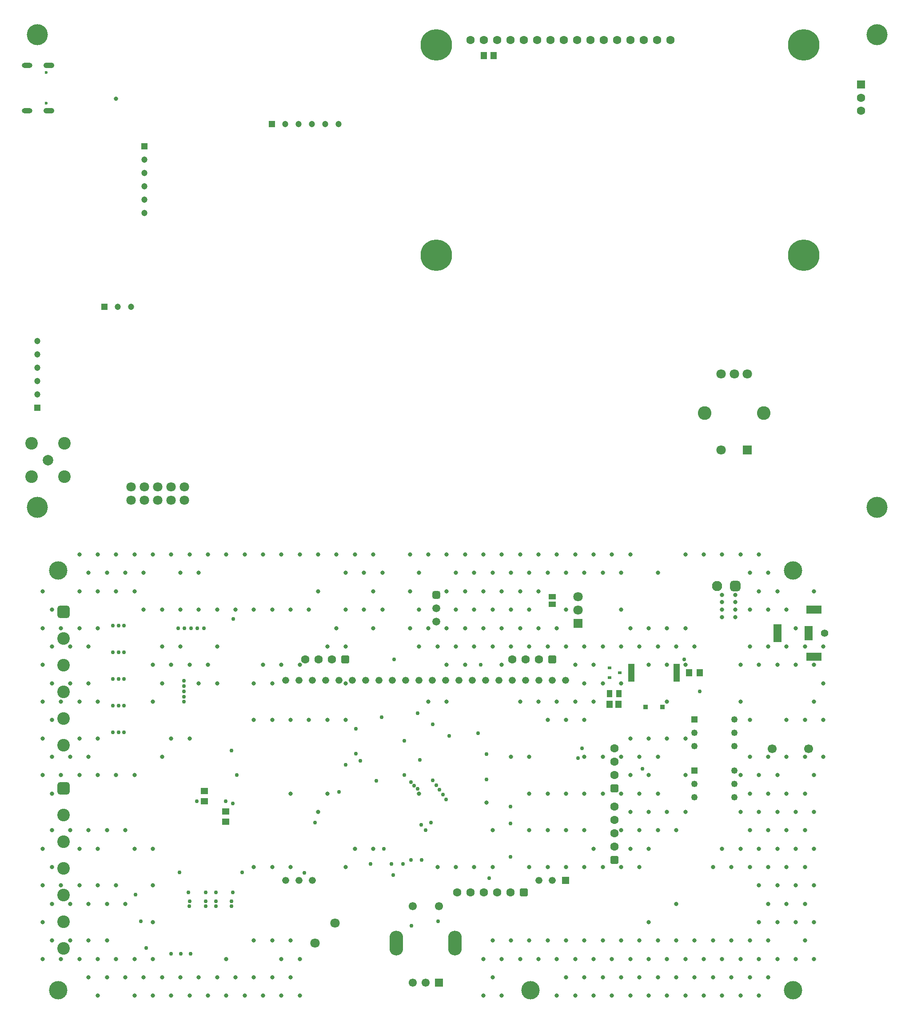
<source format=gbr>
%TF.GenerationSoftware,Altium Limited,Altium Designer,22.5.1 (42)*%
G04 Layer_Color=16711935*
%FSLAX43Y43*%
%MOMM*%
%TF.SameCoordinates,1CDD9A58-554C-4E31-8E55-BAED9532D10C*%
%TF.FilePolarity,Negative*%
%TF.FileFunction,Soldermask,Bot*%
%TF.Part,CustomerPanel*%
G01*
G75*
%TA.AperFunction,SMDPad,CuDef*%
%ADD15R,1.150X1.450*%
%ADD31R,1.450X1.200*%
%ADD37R,1.356X1.055*%
%ADD40R,1.150X1.450*%
%ADD41R,1.200X1.450*%
%ADD42R,0.700X0.600*%
%ADD56R,1.000X1.350*%
%TA.AperFunction,ComponentPad*%
%ADD73R,1.200X1.200*%
%ADD74C,1.200*%
%ADD75C,1.600*%
%ADD76C,6.000*%
%ADD77C,1.800*%
%ADD78C,0.600*%
%ADD79C,2.600*%
%ADD80R,1.800X1.800*%
%ADD81R,1.600X1.600*%
%ADD82R,1.200X1.200*%
%ADD83C,2.400*%
%ADD84C,2.000*%
%ADD85O,2.100X1.050*%
%ADD86O,2.000X1.000*%
%TA.AperFunction,ViaPad*%
%ADD87C,0.800*%
%ADD88C,4.000*%
%TA.AperFunction,ComponentPad*%
G04:AMPARAMS|DCode=89|XSize=2.6mm|YSize=4.7mm|CornerRadius=1.3mm|HoleSize=0mm|Usage=FLASHONLY|Rotation=180.000|XOffset=0mm|YOffset=0mm|HoleType=Round|Shape=RoundedRectangle|*
%AMROUNDEDRECTD89*
21,1,2.600,2.100,0,0,180.0*
21,1,0.000,4.700,0,0,180.0*
1,1,2.600,0.000,1.050*
1,1,2.600,0.000,1.050*
1,1,2.600,0.000,-1.050*
1,1,2.600,0.000,-1.050*
%
%ADD89ROUNDEDRECTD89*%
%ADD90C,1.550*%
%ADD91R,1.550X1.550*%
%ADD92C,1.337*%
%ADD93R,1.337X1.337*%
%ADD94R,1.250X1.250*%
%ADD95C,1.250*%
%ADD96C,1.700*%
%ADD97R,3.000X1.500*%
%ADD98C,1.400*%
%ADD99R,1.500X3.500*%
%ADD100R,1.500X2.800*%
G04:AMPARAMS|DCode=101|XSize=2.4mm|YSize=2.4mm|CornerRadius=0.6mm|HoleSize=0mm|Usage=FLASHONLY|Rotation=270.000|XOffset=0mm|YOffset=0mm|HoleType=Round|Shape=RoundedRectangle|*
%AMROUNDEDRECTD101*
21,1,2.400,1.200,0,0,270.0*
21,1,1.200,2.400,0,0,270.0*
1,1,1.200,-0.600,-0.600*
1,1,1.200,-0.600,0.600*
1,1,1.200,0.600,0.600*
1,1,1.200,0.600,-0.600*
%
%ADD101ROUNDEDRECTD101*%
G04:AMPARAMS|DCode=102|XSize=1.6mm|YSize=1.6mm|CornerRadius=0.4mm|HoleSize=0mm|Usage=FLASHONLY|Rotation=180.000|XOffset=0mm|YOffset=0mm|HoleType=Round|Shape=RoundedRectangle|*
%AMROUNDEDRECTD102*
21,1,1.600,0.800,0,0,180.0*
21,1,0.800,1.600,0,0,180.0*
1,1,0.800,-0.400,0.400*
1,1,0.800,0.400,0.400*
1,1,0.800,0.400,-0.400*
1,1,0.800,-0.400,-0.400*
%
%ADD102ROUNDEDRECTD102*%
G04:AMPARAMS|DCode=103|XSize=1.5mm|YSize=1.5mm|CornerRadius=0.375mm|HoleSize=0mm|Usage=FLASHONLY|Rotation=270.000|XOffset=0mm|YOffset=0mm|HoleType=Round|Shape=RoundedRectangle|*
%AMROUNDEDRECTD103*
21,1,1.500,0.750,0,0,270.0*
21,1,0.750,1.500,0,0,270.0*
1,1,0.750,-0.375,-0.375*
1,1,0.750,-0.375,0.375*
1,1,0.750,0.375,0.375*
1,1,0.750,0.375,-0.375*
%
%ADD103ROUNDEDRECTD103*%
%ADD104C,1.500*%
%TA.AperFunction,ViaPad*%
%ADD105C,3.500*%
%TA.AperFunction,ComponentPad*%
%ADD106C,1.950*%
G04:AMPARAMS|DCode=107|XSize=1.95mm|YSize=1.95mm|CornerRadius=0.488mm|HoleSize=0mm|Usage=FLASHONLY|Rotation=180.000|XOffset=0mm|YOffset=0mm|HoleType=Round|Shape=RoundedRectangle|*
%AMROUNDEDRECTD107*
21,1,1.950,0.975,0,0,180.0*
21,1,0.975,1.950,0,0,180.0*
1,1,0.975,-0.488,0.488*
1,1,0.975,0.488,0.488*
1,1,0.975,0.488,-0.488*
1,1,0.975,-0.488,-0.488*
%
%ADD107ROUNDEDRECTD107*%
G04:AMPARAMS|DCode=108|XSize=1.6mm|YSize=1.6mm|CornerRadius=0.4mm|HoleSize=0mm|Usage=FLASHONLY|Rotation=90.000|XOffset=0mm|YOffset=0mm|HoleType=Round|Shape=RoundedRectangle|*
%AMROUNDEDRECTD108*
21,1,1.600,0.800,0,0,90.0*
21,1,0.800,1.600,0,0,90.0*
1,1,0.800,0.400,0.400*
1,1,0.800,0.400,-0.400*
1,1,0.800,-0.400,-0.400*
1,1,0.800,-0.400,0.400*
%
%ADD108ROUNDEDRECTD108*%
%TA.AperFunction,ViaPad*%
%ADD109C,0.750*%
%TA.AperFunction,SMDPad,CuDef*%
%ADD110R,1.300X3.400*%
%ADD111R,0.900X0.950*%
D15*
X98900Y190000D02*
D03*
X97100D02*
D03*
D31*
X43800Y48000D02*
D03*
Y50000D02*
D03*
X47902Y44100D02*
D03*
Y46100D02*
D03*
D37*
X110130Y85548D02*
D03*
Y87000D02*
D03*
D40*
X121000Y66500D02*
D03*
X122750D02*
D03*
D41*
X136190Y72500D02*
D03*
X138190D02*
D03*
D42*
X123000D02*
D03*
X121000Y73450D02*
D03*
Y71550D02*
D03*
D56*
X121000Y68500D02*
D03*
X122800D02*
D03*
D73*
X24780Y142180D02*
D03*
X56650Y177000D02*
D03*
D74*
X27320Y142180D02*
D03*
X29860D02*
D03*
X12000Y135620D02*
D03*
Y133080D02*
D03*
Y130540D02*
D03*
Y128000D02*
D03*
Y125460D02*
D03*
X32400Y160060D02*
D03*
Y162600D02*
D03*
Y165140D02*
D03*
Y167680D02*
D03*
Y170220D02*
D03*
X69350Y177000D02*
D03*
X66810D02*
D03*
X64270D02*
D03*
X61730D02*
D03*
X59190D02*
D03*
D75*
X94520Y193000D02*
D03*
X97060D02*
D03*
X99600D02*
D03*
X102140D02*
D03*
X104680D02*
D03*
X107220D02*
D03*
X109760D02*
D03*
X112300D02*
D03*
X114840D02*
D03*
X117380D02*
D03*
X119920D02*
D03*
X122460D02*
D03*
X125000D02*
D03*
X127540D02*
D03*
X130080D02*
D03*
X132620D02*
D03*
X169000Y182000D02*
D03*
Y179500D02*
D03*
X68080Y75000D02*
D03*
X65540D02*
D03*
X63000D02*
D03*
X107590D02*
D03*
X105050D02*
D03*
X102510D02*
D03*
X92000Y30700D02*
D03*
X94540D02*
D03*
X99620D02*
D03*
X102160D02*
D03*
X97080D02*
D03*
X122000Y41920D02*
D03*
Y39380D02*
D03*
Y44460D02*
D03*
Y47000D02*
D03*
Y58120D02*
D03*
Y55580D02*
D03*
Y53040D02*
D03*
D76*
X88020Y192000D02*
D03*
Y152000D02*
D03*
X158020D02*
D03*
Y192000D02*
D03*
D77*
X40020Y107890D02*
D03*
Y105350D02*
D03*
X37480Y107890D02*
D03*
Y105350D02*
D03*
X34940D02*
D03*
Y107890D02*
D03*
X32400Y105350D02*
D03*
Y107890D02*
D03*
X29860Y105350D02*
D03*
Y107890D02*
D03*
X142290Y114920D02*
D03*
X147290Y129420D02*
D03*
X144790D02*
D03*
X142290D02*
D03*
X64900Y21000D02*
D03*
X68710Y24810D02*
D03*
X115000Y84460D02*
D03*
Y87000D02*
D03*
D78*
X13680Y186755D02*
D03*
Y180975D02*
D03*
D79*
X150390Y121920D02*
D03*
X139190D02*
D03*
D80*
X147290Y114920D02*
D03*
X115000Y81920D02*
D03*
D81*
X169000Y184500D02*
D03*
D82*
X12000Y122920D02*
D03*
X32400Y172760D02*
D03*
D83*
X10850Y116150D02*
D03*
Y109850D02*
D03*
X17150D02*
D03*
Y116150D02*
D03*
X17000Y20000D02*
D03*
Y25080D02*
D03*
Y35240D02*
D03*
Y45400D02*
D03*
Y40320D02*
D03*
Y30160D02*
D03*
X17000Y58700D02*
D03*
Y63780D02*
D03*
Y73940D02*
D03*
Y79020D02*
D03*
Y68860D02*
D03*
D84*
X14000Y113000D02*
D03*
D85*
X14180Y179545D02*
D03*
Y188185D02*
D03*
D86*
X10000Y179545D02*
D03*
Y188185D02*
D03*
D87*
X27000Y181801D02*
D03*
X144974Y85920D02*
D03*
Y87340D02*
D03*
Y84501D02*
D03*
Y83081D02*
D03*
X142500D02*
D03*
Y84501D02*
D03*
Y87340D02*
D03*
Y85920D02*
D03*
X97600Y47761D02*
D03*
X149500Y95000D02*
D03*
X151250Y91500D02*
D03*
X146000Y95000D02*
D03*
X147750Y91500D02*
D03*
X142500Y95000D02*
D03*
X139000D02*
D03*
X135500D02*
D03*
Y81000D02*
D03*
X137250Y77500D02*
D03*
X135500Y74000D02*
D03*
Y60000D02*
D03*
Y53000D02*
D03*
Y46000D02*
D03*
X132000Y81000D02*
D03*
X133750Y77500D02*
D03*
X132000Y74000D02*
D03*
Y67000D02*
D03*
Y60000D02*
D03*
Y46000D02*
D03*
X133750Y42500D02*
D03*
X130250Y91500D02*
D03*
X128500Y81000D02*
D03*
X130250Y77500D02*
D03*
X128500Y74000D02*
D03*
Y60000D02*
D03*
X130250Y56500D02*
D03*
X128500Y53000D02*
D03*
X130250Y49500D02*
D03*
X128500Y46000D02*
D03*
X130250Y42500D02*
D03*
X128500Y39000D02*
D03*
X125000Y95000D02*
D03*
Y81000D02*
D03*
X126750Y77500D02*
D03*
X125000Y60000D02*
D03*
X126750Y56500D02*
D03*
X125000Y53000D02*
D03*
X126750Y49500D02*
D03*
X125000Y46000D02*
D03*
X126750Y42500D02*
D03*
X125000Y39000D02*
D03*
X126750Y35500D02*
D03*
X121500Y95000D02*
D03*
X123250Y91500D02*
D03*
Y84500D02*
D03*
Y77500D02*
D03*
Y70500D02*
D03*
Y56500D02*
D03*
Y49500D02*
D03*
Y42500D02*
D03*
Y35500D02*
D03*
X118000Y95000D02*
D03*
X119750Y91500D02*
D03*
Y77500D02*
D03*
X118000Y74000D02*
D03*
X119750Y70500D02*
D03*
X118000Y67000D02*
D03*
X119750Y56500D02*
D03*
Y49500D02*
D03*
X118000Y39000D02*
D03*
X119750Y35500D02*
D03*
X114500Y95000D02*
D03*
X116250Y91500D02*
D03*
Y77500D02*
D03*
X114500Y74000D02*
D03*
X116250Y70500D02*
D03*
X114500Y67000D02*
D03*
X116250Y63500D02*
D03*
Y56500D02*
D03*
Y49500D02*
D03*
Y42500D02*
D03*
Y35500D02*
D03*
X111000Y95000D02*
D03*
X112750Y91500D02*
D03*
Y84500D02*
D03*
X111000Y81000D02*
D03*
X112750Y77500D02*
D03*
X111000Y67000D02*
D03*
X112750Y63500D02*
D03*
Y49500D02*
D03*
Y42500D02*
D03*
Y35500D02*
D03*
X107500Y95000D02*
D03*
X109250Y91500D02*
D03*
X107500Y88000D02*
D03*
Y81000D02*
D03*
X109250Y77500D02*
D03*
X107500Y67000D02*
D03*
X109250Y63500D02*
D03*
Y49500D02*
D03*
Y42500D02*
D03*
Y35500D02*
D03*
X104000Y95000D02*
D03*
X105750Y91500D02*
D03*
X104000Y88000D02*
D03*
X105750Y84500D02*
D03*
X104000Y81000D02*
D03*
X105750Y77500D02*
D03*
X104000Y67000D02*
D03*
X105750Y56500D02*
D03*
Y49500D02*
D03*
Y42500D02*
D03*
Y35500D02*
D03*
X100500Y95000D02*
D03*
X102250Y91500D02*
D03*
X100500Y88000D02*
D03*
X102250Y84500D02*
D03*
X100500Y81000D02*
D03*
X102250Y77500D02*
D03*
X100500Y74000D02*
D03*
X102250Y56500D02*
D03*
X97000Y95000D02*
D03*
X98750Y91500D02*
D03*
X97000Y88000D02*
D03*
X98750Y84500D02*
D03*
X97000Y81000D02*
D03*
X98750Y77500D02*
D03*
Y42500D02*
D03*
Y35500D02*
D03*
X93500Y95000D02*
D03*
X95250Y91500D02*
D03*
X93500Y88000D02*
D03*
X95250Y84500D02*
D03*
X93500Y81000D02*
D03*
X95250Y77500D02*
D03*
X93500Y74000D02*
D03*
X95250Y35500D02*
D03*
X90000Y95000D02*
D03*
X91750Y91500D02*
D03*
X90000Y88000D02*
D03*
X91750Y84500D02*
D03*
X90000Y81000D02*
D03*
X91750Y77500D02*
D03*
X90000Y74000D02*
D03*
Y67000D02*
D03*
X91750Y35500D02*
D03*
X86500Y95000D02*
D03*
Y81000D02*
D03*
X88250Y77500D02*
D03*
X86500Y67000D02*
D03*
X88250Y35500D02*
D03*
X83000Y95000D02*
D03*
X84750Y91500D02*
D03*
X83000Y88000D02*
D03*
X84750Y84500D02*
D03*
X83000Y81000D02*
D03*
X84750Y77500D02*
D03*
Y49500D02*
D03*
X76000Y95000D02*
D03*
X77750Y91500D02*
D03*
X76000Y88000D02*
D03*
X77750Y84500D02*
D03*
X76000Y81000D02*
D03*
Y39000D02*
D03*
X72500Y95000D02*
D03*
X74250Y91500D02*
D03*
Y84500D02*
D03*
X72500Y39000D02*
D03*
X69000Y95000D02*
D03*
X70750Y91500D02*
D03*
Y84500D02*
D03*
X69000Y81000D02*
D03*
X70750Y77500D02*
D03*
Y70500D02*
D03*
Y63500D02*
D03*
Y35500D02*
D03*
X65500Y95000D02*
D03*
Y88000D02*
D03*
X67250Y77500D02*
D03*
Y63500D02*
D03*
Y49500D02*
D03*
X65500Y46000D02*
D03*
X62000Y95000D02*
D03*
X63750Y84500D02*
D03*
X62000Y74000D02*
D03*
X63750Y63500D02*
D03*
X58500Y95000D02*
D03*
X60250Y84500D02*
D03*
X58500Y74000D02*
D03*
X60250Y63500D02*
D03*
Y49500D02*
D03*
X55000Y95000D02*
D03*
X56750Y84500D02*
D03*
X55000Y74000D02*
D03*
X56750Y70500D02*
D03*
Y63500D02*
D03*
X51500Y95000D02*
D03*
X53250Y84500D02*
D03*
Y70500D02*
D03*
Y63500D02*
D03*
X48000Y95000D02*
D03*
X49750Y84500D02*
D03*
X44500Y95000D02*
D03*
X46250Y84500D02*
D03*
Y77500D02*
D03*
X44500Y74000D02*
D03*
X46250Y70500D02*
D03*
X41000Y95000D02*
D03*
X42750Y91500D02*
D03*
Y84500D02*
D03*
X41000Y74000D02*
D03*
X42750Y70500D02*
D03*
X41000Y60000D02*
D03*
X37500Y95000D02*
D03*
X39250Y91500D02*
D03*
Y84500D02*
D03*
Y77500D02*
D03*
X37500Y74000D02*
D03*
Y60000D02*
D03*
X34000Y95000D02*
D03*
X35750Y84500D02*
D03*
Y77500D02*
D03*
X34000Y74000D02*
D03*
X35750Y70500D02*
D03*
X34000Y67000D02*
D03*
X35750Y56500D02*
D03*
X30500Y95000D02*
D03*
X32250Y91500D02*
D03*
X30500Y88000D02*
D03*
X32250Y84500D02*
D03*
X30500Y53000D02*
D03*
X27000Y95000D02*
D03*
X28750Y91500D02*
D03*
X27000Y88000D02*
D03*
Y53000D02*
D03*
X23500Y95000D02*
D03*
X25250Y91500D02*
D03*
X23500Y88000D02*
D03*
Y81000D02*
D03*
Y67000D02*
D03*
Y60000D02*
D03*
Y53000D02*
D03*
X20000Y95000D02*
D03*
X21750Y91500D02*
D03*
X20000Y88000D02*
D03*
Y81000D02*
D03*
X21750Y77500D02*
D03*
Y70500D02*
D03*
X20000Y67000D02*
D03*
Y60000D02*
D03*
X21750Y56500D02*
D03*
X20000Y53000D02*
D03*
X16500Y81000D02*
D03*
X18250Y77500D02*
D03*
Y70500D02*
D03*
X16500Y67000D02*
D03*
X18250Y56500D02*
D03*
X16500Y53000D02*
D03*
X13000Y88000D02*
D03*
X14750Y84500D02*
D03*
X13000Y81000D02*
D03*
X14750Y77500D02*
D03*
X13000Y74000D02*
D03*
X14750Y70500D02*
D03*
X13000Y67000D02*
D03*
X14750Y63500D02*
D03*
X13000Y60000D02*
D03*
X14750Y56500D02*
D03*
X13000Y53000D02*
D03*
X14750Y49500D02*
D03*
X46250Y14500D02*
D03*
X147750Y77500D02*
D03*
X48000Y18000D02*
D03*
X37500Y11000D02*
D03*
X151250Y42500D02*
D03*
X21750Y28500D02*
D03*
X133750Y21500D02*
D03*
X25250Y14500D02*
D03*
X58500Y18000D02*
D03*
X34000D02*
D03*
X39250Y14500D02*
D03*
X56750Y21500D02*
D03*
Y35500D02*
D03*
X146000Y11000D02*
D03*
X151250Y21500D02*
D03*
X100500Y11000D02*
D03*
X51500D02*
D03*
X30500Y39000D02*
D03*
X105750Y21500D02*
D03*
X154750Y28500D02*
D03*
X25250D02*
D03*
X23500Y32000D02*
D03*
X126750Y14500D02*
D03*
X149500Y11000D02*
D03*
X147750Y56500D02*
D03*
X18250Y42500D02*
D03*
X154750D02*
D03*
X160000Y67000D02*
D03*
X100500Y18000D02*
D03*
X160000Y88000D02*
D03*
X149500Y25000D02*
D03*
X151250Y84500D02*
D03*
X14750Y28500D02*
D03*
X133750D02*
D03*
X140750Y35500D02*
D03*
X62000Y11000D02*
D03*
X21750Y42500D02*
D03*
X156500Y25000D02*
D03*
X20000Y32000D02*
D03*
X149500Y88000D02*
D03*
X151250Y56500D02*
D03*
X62000Y18000D02*
D03*
X126750Y21500D02*
D03*
X23500Y39000D02*
D03*
Y18000D02*
D03*
X161750Y70500D02*
D03*
X25250Y42500D02*
D03*
X149500Y53000D02*
D03*
X153000Y18000D02*
D03*
X114500Y11000D02*
D03*
X130250Y14500D02*
D03*
X20000Y39000D02*
D03*
X147750Y35500D02*
D03*
X149500Y39000D02*
D03*
X160000Y53000D02*
D03*
X28750Y28500D02*
D03*
X158250Y56500D02*
D03*
X161750Y63500D02*
D03*
X151250Y14500D02*
D03*
X53250D02*
D03*
X97000Y11000D02*
D03*
X14750Y21500D02*
D03*
X156500Y46000D02*
D03*
X21750Y21500D02*
D03*
X123250D02*
D03*
X114500Y18000D02*
D03*
X30500D02*
D03*
X149500Y32000D02*
D03*
X139000Y18000D02*
D03*
X18250Y21500D02*
D03*
X130250D02*
D03*
X125000Y18000D02*
D03*
X137250Y14500D02*
D03*
X32250D02*
D03*
X146000Y67000D02*
D03*
X112750Y21500D02*
D03*
X146000Y53000D02*
D03*
X21750Y14500D02*
D03*
X161750Y56500D02*
D03*
X98750Y14500D02*
D03*
X97000Y18000D02*
D03*
X149500Y46000D02*
D03*
X161750Y77500D02*
D03*
X160000Y18000D02*
D03*
X60250Y14500D02*
D03*
X149500Y18000D02*
D03*
X151250Y35500D02*
D03*
X34000Y39000D02*
D03*
X119750Y14500D02*
D03*
X56750D02*
D03*
X44500Y11000D02*
D03*
X112750Y14500D02*
D03*
X18250Y28500D02*
D03*
X53250Y21500D02*
D03*
X151250Y28500D02*
D03*
X128500Y11000D02*
D03*
X146000Y46000D02*
D03*
X35750Y14500D02*
D03*
X147750Y63500D02*
D03*
X156500Y18000D02*
D03*
X133750Y14500D02*
D03*
X121500Y11000D02*
D03*
X16500Y32000D02*
D03*
X146000Y39000D02*
D03*
X20000Y18000D02*
D03*
X53250Y35500D02*
D03*
X27000Y18000D02*
D03*
X158250Y77500D02*
D03*
X154750Y49500D02*
D03*
X13000Y25000D02*
D03*
X135500Y11000D02*
D03*
X28750Y14500D02*
D03*
X153000Y39000D02*
D03*
Y53000D02*
D03*
X158250Y42500D02*
D03*
Y28500D02*
D03*
X160000Y46000D02*
D03*
X156500Y32000D02*
D03*
X14750Y35500D02*
D03*
X154750Y84500D02*
D03*
X34000Y25000D02*
D03*
X116250Y21500D02*
D03*
X147750Y49500D02*
D03*
X146000Y74000D02*
D03*
X160000Y25000D02*
D03*
X153000Y88000D02*
D03*
X118000Y18000D02*
D03*
X104000D02*
D03*
X111000D02*
D03*
X135500D02*
D03*
X121500D02*
D03*
X146000D02*
D03*
X144250Y14500D02*
D03*
X132000Y18000D02*
D03*
X153000Y46000D02*
D03*
X142500Y39000D02*
D03*
X158250Y63500D02*
D03*
X153000Y25000D02*
D03*
X154750Y77500D02*
D03*
X48000Y11000D02*
D03*
X34000D02*
D03*
X144250Y21500D02*
D03*
X119750D02*
D03*
X128500Y18000D02*
D03*
X23500Y11000D02*
D03*
X116250Y14500D02*
D03*
X156500Y74000D02*
D03*
X14750Y42500D02*
D03*
X30500Y11000D02*
D03*
X49750Y14500D02*
D03*
X25250Y21500D02*
D03*
X160000Y32000D02*
D03*
X153000D02*
D03*
X142500Y18000D02*
D03*
X102250Y21500D02*
D03*
X151250Y77500D02*
D03*
X144250Y35500D02*
D03*
X55000Y11000D02*
D03*
X98750Y21500D02*
D03*
X160000Y39000D02*
D03*
X42750Y14500D02*
D03*
X142500Y11000D02*
D03*
X158250Y35500D02*
D03*
X118000Y11000D02*
D03*
X158250Y21500D02*
D03*
X156500Y81000D02*
D03*
X58500Y11000D02*
D03*
X41000D02*
D03*
X147750Y84500D02*
D03*
X123250Y14500D02*
D03*
X151250Y49500D02*
D03*
X111000Y11000D02*
D03*
X13000Y32000D02*
D03*
X137250Y21500D02*
D03*
X154750Y56500D02*
D03*
X158250Y49500D02*
D03*
X27000Y32000D02*
D03*
X147750Y14500D02*
D03*
X60250Y35500D02*
D03*
X107500Y18000D02*
D03*
X34000Y32000D02*
D03*
X13000Y39000D02*
D03*
X140750Y14500D02*
D03*
X139000Y11000D02*
D03*
X16500Y18000D02*
D03*
X147750Y21500D02*
D03*
X109250D02*
D03*
X128500Y25000D02*
D03*
X13000Y18000D02*
D03*
X154750Y35500D02*
D03*
X153000Y74000D02*
D03*
X140750Y21500D02*
D03*
X154750Y63500D02*
D03*
X132000Y11000D02*
D03*
X147750Y42500D02*
D03*
X156500Y39000D02*
D03*
X28750Y42500D02*
D03*
X125000Y11000D02*
D03*
X149500Y74000D02*
D03*
X160000D02*
D03*
X60250Y21500D02*
D03*
D88*
X172000Y104000D02*
D03*
X12000D02*
D03*
Y194000D02*
D03*
X172000D02*
D03*
D89*
X80400Y21000D02*
D03*
X91600D02*
D03*
D90*
X83500Y13500D02*
D03*
X86000D02*
D03*
X83500Y28000D02*
D03*
X88500D02*
D03*
D91*
Y13500D02*
D03*
D92*
X59330Y32950D02*
D03*
X64410D02*
D03*
X61870D02*
D03*
X72030Y71050D02*
D03*
X82190D02*
D03*
X79650D02*
D03*
X77110D02*
D03*
X74570D02*
D03*
X69490D02*
D03*
X66950D02*
D03*
X64410D02*
D03*
X61870D02*
D03*
X59330D02*
D03*
X110130Y32950D02*
D03*
X107590D02*
D03*
X84730Y71050D02*
D03*
X112670D02*
D03*
X99970D02*
D03*
X94890D02*
D03*
X92350D02*
D03*
X89810D02*
D03*
X87270D02*
D03*
X102510D02*
D03*
X105050D02*
D03*
X107590D02*
D03*
X97430D02*
D03*
X110130D02*
D03*
D93*
X112670Y32950D02*
D03*
D94*
X137190Y63640D02*
D03*
Y53840D02*
D03*
D95*
Y61100D02*
D03*
Y58560D02*
D03*
X144810D02*
D03*
Y61100D02*
D03*
Y63640D02*
D03*
X137190Y51300D02*
D03*
Y48760D02*
D03*
X144810D02*
D03*
Y51300D02*
D03*
Y53840D02*
D03*
D96*
X159000Y58000D02*
D03*
X152000D02*
D03*
D97*
X160000Y75500D02*
D03*
Y84500D02*
D03*
D98*
X162000Y80000D02*
D03*
D99*
X153000D02*
D03*
D100*
X159000D02*
D03*
D101*
X17000Y50480D02*
D03*
X17000Y84100D02*
D03*
D102*
X70620Y75000D02*
D03*
X110130D02*
D03*
X104700Y30700D02*
D03*
D103*
X88000Y87300D02*
D03*
D104*
Y84760D02*
D03*
Y82220D02*
D03*
D105*
X106000Y12000D02*
D03*
X16000Y92000D02*
D03*
X156000D02*
D03*
X16000Y12000D02*
D03*
X156000D02*
D03*
D106*
X141500Y89000D02*
D03*
D107*
X145000D02*
D03*
D108*
X122000Y36840D02*
D03*
Y50500D02*
D03*
D109*
X49000Y28000D02*
D03*
X46000D02*
D03*
X44050D02*
D03*
X40952D02*
D03*
X84916Y55911D02*
D03*
X69490Y49800D02*
D03*
X70748Y55000D02*
D03*
X102160Y47000D02*
D03*
Y43824D02*
D03*
Y37450D02*
D03*
X79800Y34000D02*
D03*
X79485Y36100D02*
D03*
X78000Y39000D02*
D03*
X81700Y36100D02*
D03*
X75500D02*
D03*
X87034Y44000D02*
D03*
X72700Y61800D02*
D03*
X77600Y64000D02*
D03*
X84469Y64800D02*
D03*
X97600Y52213D02*
D03*
X89839Y48322D02*
D03*
X83153Y51654D02*
D03*
X81953Y53010D02*
D03*
X83245Y24282D02*
D03*
X38795Y80967D02*
D03*
X40021D02*
D03*
X41248D02*
D03*
X42474D02*
D03*
X43700D02*
D03*
X26419Y81500D02*
D03*
X27444D02*
D03*
X28469D02*
D03*
X26419Y76420D02*
D03*
X27444D02*
D03*
X28469D02*
D03*
X26419Y71340D02*
D03*
X27444D02*
D03*
X28469D02*
D03*
X26419Y66260D02*
D03*
X27444D02*
D03*
X28469D02*
D03*
Y61180D02*
D03*
X27444D02*
D03*
X26419D02*
D03*
X138190Y68895D02*
D03*
X88373Y25127D02*
D03*
X98100Y33388D02*
D03*
X62895Y34386D02*
D03*
X80000Y75000D02*
D03*
X83153Y36840D02*
D03*
X85260D02*
D03*
X37498Y19000D02*
D03*
X39349D02*
D03*
X41200D02*
D03*
X49000Y57682D02*
D03*
X76607Y51913D02*
D03*
X84469Y50426D02*
D03*
X83783Y51010D02*
D03*
X72700Y57100D02*
D03*
X73500Y55694D02*
D03*
X135250Y75000D02*
D03*
X87381Y62668D02*
D03*
X87299Y51962D02*
D03*
X88043Y51078D02*
D03*
X96470Y73984D02*
D03*
X40800Y30700D02*
D03*
X44050D02*
D03*
X46000D02*
D03*
X49250D02*
D03*
X89263Y49335D02*
D03*
X88626Y50201D02*
D03*
X39098Y34491D02*
D03*
X31700Y25200D02*
D03*
X32700Y20120D02*
D03*
X51000Y34491D02*
D03*
X49000Y29000D02*
D03*
X46000D02*
D03*
X44050D02*
D03*
X41000D02*
D03*
X115000Y56246D02*
D03*
X42400Y48000D02*
D03*
X39960Y66961D02*
D03*
Y67959D02*
D03*
Y68946D02*
D03*
Y69948D02*
D03*
Y70949D02*
D03*
X96000Y61000D02*
D03*
X97600Y57000D02*
D03*
X49300Y82749D02*
D03*
X90500Y60500D02*
D03*
X127275Y54200D02*
D03*
X115816Y58120D02*
D03*
X64900Y44000D02*
D03*
X81900Y59500D02*
D03*
X86000Y42500D02*
D03*
X85100Y43500D02*
D03*
X47902Y48000D02*
D03*
X50000Y53000D02*
D03*
X49250Y47600D02*
D03*
X30700Y30280D02*
D03*
D110*
X133850Y72500D02*
D03*
X125150D02*
D03*
D111*
X131075Y66000D02*
D03*
X127925D02*
D03*
%TF.MD5,d3eabffdbd9bdcb71c35e6769e47cf8f*%
M02*

</source>
